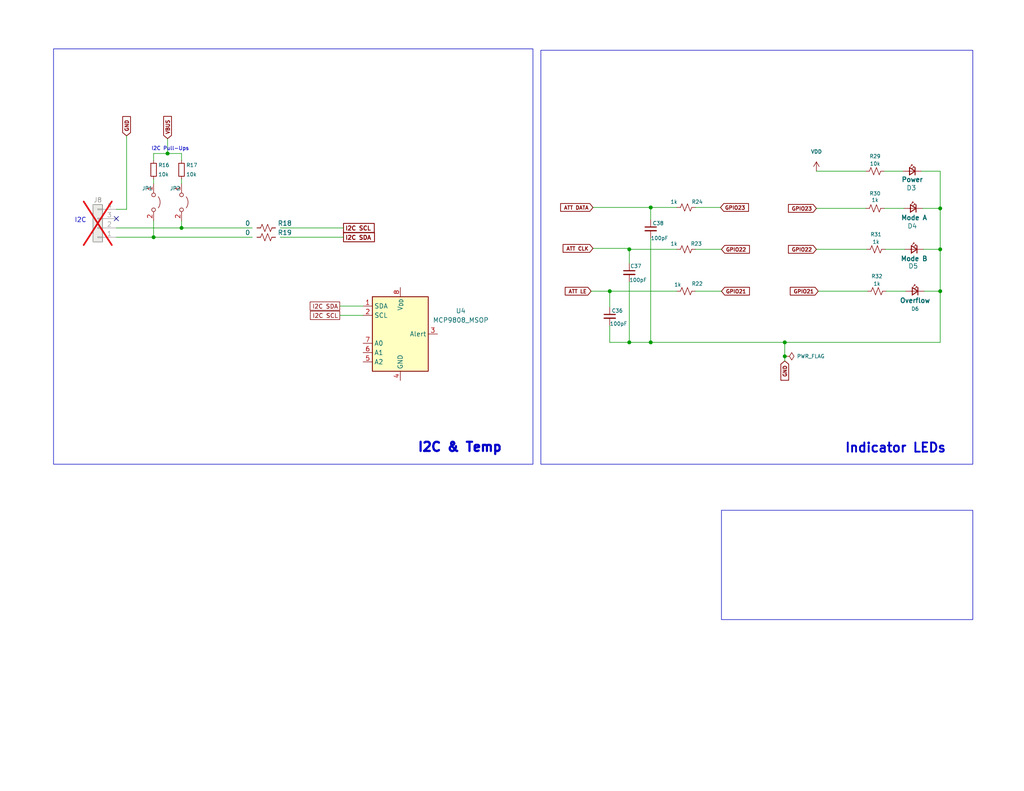
<source format=kicad_sch>
(kicad_sch (version 20231120) (generator "eeschema") (generator_version "8.0")
  (paper "A")
  (title_block (title "PSWS-HF103-proto") (date "2025-06-23") (rev "0.1.0") (company "Dave Witten, KD0EAG") (comment 2 "[ A Minimalist Rework of HF-103 designed by Oskar Stella, ik1xpv ]") (comment 3 "Infineon/Cypress  FX3 DevKit and LTC2208 Demo modules") (comment 4 "A development straw-man based on the"))
  (lib_symbols
    (symbol "ClemSDR_Library:R_Small" (pin_numbers hide) (pin_names (offset 0.254) hide)
      (property "Reference" "R" (at 0.762 0.508 0))
      (property "Value" "R_Small" (at 0.762 -1.016 0))
      (symbol "R_Small_0_1"
        (rectangle (start -0.762 1.778) (end 0.762 -1.778) (stroke (width 0.2032)))
      )
      (symbol "R_Small_1_1"
        (pin passive line (at 0 2.54 270) (length 0.762) (name "~") (number "1"))
        (pin passive line (at 0 -2.54 90) (length 0.762) (name "~") (number "2"))
      )
    )
    (symbol "Connector_Generic:Conn_01x04" (pin_names (offset 1.016) hide)
      (property "Reference" "J" (at 0 5.08 0))
      (property "Value" "Conn_01x04" (at 0 -7.62 0))
      (symbol "Conn_01x04_1_1"
        (rectangle (start -1.27 -4.953) (end 0 -5.207) (stroke (width 0.1524)))
        (rectangle (start -1.27 -2.413) (end 0 -2.667) (stroke (width 0.1524)))
        (rectangle (start -1.27 0.127) (end 0 -0.127) (stroke (width 0.1524)))
        (rectangle (start -1.27 2.667) (end 0 2.413) (stroke (width 0.1524)))
        (rectangle (start -1.27 3.81) (end 1.27 -6.35) (stroke (width 0.254)) (fill (type background)))
        (pin passive line (at -5.08 2.54 0) (length 3.81) (name "Pin_1") (number "1"))
        (pin passive line (at -5.08 0 0) (length 3.81) (name "Pin_2") (number "2"))
        (pin passive line (at -5.08 -2.54 0) (length 3.81) (name "Pin_3") (number "3"))
        (pin passive line (at -5.08 -5.08 0) (length 3.81) (name "Pin_4") (number "4"))
      )
    )
    (symbol "Device:C_Small" (pin_numbers hide) (pin_names (offset 0.254) hide)
      (property "Reference" "C" (at 0.254 1.778 0))
      (property "Value" "C_Small" (at 0.254 -2.032 0))
      (symbol "C_Small_0_1"
        (polyline (pts (xy -1.524 -0.508) (xy 1.524 -0.508)) (stroke (width 0.3302)))
        (polyline (pts (xy -1.524 0.508) (xy 1.524 0.508)) (stroke (width 0.3048)))
      )
      (symbol "C_Small_1_1"
        (pin passive line (at 0 2.54 270) (length 2.032) (name "~") (number "1"))
        (pin passive line (at 0 -2.54 90) (length 2.032) (name "~") (number "2"))
      )
    )
    (symbol "Device:LED_Small" (pin_numbers hide) (pin_names (offset 0.254) hide)
      (property "Reference" "D" (at -1.27 3.175 0))
      (property "Value" "LED_Small" (at -4.445 -2.54 0))
      (symbol "LED_Small_0_1"
        (polyline (pts (xy -0.762 -1.016) (xy -0.762 1.016)) (stroke (width 0.254)))
        (polyline (pts (xy 1.016 0) (xy -0.762 0)))
        (polyline (pts (xy 0.762 -1.016) (xy -0.762 0) (xy 0.762 1.016) (xy 0.762 -1.016)) (stroke (width 0.254)))
        (polyline (pts (xy 0 0.762) (xy -0.508 1.27) (xy -0.254 1.27) (xy -0.508 1.27) (xy -0.508 1.016)))
        (polyline (pts (xy 0.508 1.27) (xy 0 1.778) (xy 0.254 1.778) (xy 0 1.778) (xy 0 1.524)))
      )
      (symbol "LED_Small_1_1"
        (pin passive line (at -2.54 0 0) (length 1.778) (name "K") (number "1"))
        (pin passive line (at 2.54 0 180) (length 1.778) (name "A") (number "2"))
      )
    )
    (symbol "Device:R_Small_US" (pin_numbers hide) (pin_names (offset 0.254) hide)
      (property "Reference" "R" (at 0.762 0.508 0))
      (property "Value" "R_Small_US" (at 0.762 -1.016 0))
      (symbol "R_Small_US_1_1"
        (polyline (pts (xy 0 0) (xy 1.016 -0.381) (xy 0 -0.762) (xy -1.016 -1.143) (xy 0 -1.524)))
        (polyline (pts (xy 0 1.524) (xy 1.016 1.143) (xy 0 0.762) (xy -1.016 0.381) (xy 0 0)))
        (pin passive line (at 0 2.54 270) (length 1.016) (name "~") (number "1"))
        (pin passive line (at 0 -2.54 90) (length 1.016) (name "~") (number "2"))
      )
    )
    (symbol "Jumper:Jumper_2_Open" (pin_names (offset 0) hide)
      (property "Reference" "JP" (at 0 2.794 0))
      (property "Value" "Jumper_2_Open" (at 0 -2.286 0))
      (symbol "Jumper_2_Open_0_0"
        (circle (center -2.032 0) (radius 0.508))
        (circle (center 2.032 0) (radius 0.508))
      )
      (symbol "Jumper_2_Open_0_1"
        (arc (start 1.524 1.27) (mid 0 1.778) (end -1.524 1.27))
      )
      (symbol "Jumper_2_Open_1_1"
        (pin passive line (at -5.08 0 0) (length 2.54) (name "A") (number "1"))
        (pin passive line (at 5.08 0 180) (length 2.54) (name "B") (number "2"))
      )
    )
    (symbol "Sensor_Temperature:MCP9808_MSOP"
      (property "Reference" "U" (at -6.35 11.43 0))
      (property "Value" "MCP9808_MSOP" (at 10.16 11.43 0))
      (symbol "MCP9808_MSOP_0_1"
        (rectangle (start -7.62 10.16) (end 7.62 -10.16) (stroke (width 0.254)) (fill (type background)))
      )
      (symbol "MCP9808_MSOP_1_1"
        (pin bidirectional line (at -10.16 7.62 0) (length 2.54) (name "SDA") (number "1"))
        (pin input line (at -10.16 5.08 0) (length 2.54) (name "SCL") (number "2"))
        (pin output line (at 10.16 0 180) (length 2.54) (name "Alert") (number "3"))
        (pin power_in line (at 0 -12.7 90) (length 2.54) (name "GND") (number "4"))
        (pin input line (at -10.16 -7.62 0) (length 2.54) (name "A2") (number "5"))
        (pin input line (at -10.16 -5.08 0) (length 2.54) (name "A1") (number "6"))
        (pin input line (at -10.16 -2.54 0) (length 2.54) (name "A0") (number "7"))
        (pin power_in line (at 0 12.7 270) (length 2.54) (name "V_{DD}") (number "8"))
      )
    )
    (symbol "power:PWR_FLAG" (power) (pin_numbers hide) (pin_names (offset 0) hide)
      (property "Value" "PWR_FLAG" (at 0 3.81 0))
      (symbol "PWR_FLAG_0_0"
        (pin power_out line (at 0 0 90) (length 0) (name "pwr") (number "1"))
      )
      (symbol "PWR_FLAG_0_1"
        (polyline (pts (xy 0 0) (xy 0 1.27) (xy -1.016 1.905) (xy 0 2.54) (xy 1.016 1.905) (xy 0 1.27)))
      )
    )
    (symbol "power:VDD" (power) (pin_numbers hide) (pin_names (offset 0) hide)
      (property "Value" "VDD" (at 0 3.556 0))
      (symbol "VDD_0_1"
        (polyline (pts (xy -0.762 1.27) (xy 0 2.54)))
        (polyline (pts (xy 0 0) (xy 0 2.54)))
        (polyline (pts (xy 0 2.54) (xy 0.762 1.27)))
      )
      (symbol "VDD_1_1"
        (pin power_in line (at 0 0 90) (length 0) (name "~") (number "1"))
      )
    )
  )
  (junction (at 45.72 41.91))
  (junction (at 171.704 93.472))
  (junction (at 166.37 79.502))
  (junction (at 214.122 93.472))
  (junction (at 177.546 56.642))
  (junction (at 41.91 64.77))
  (junction (at 49.53 62.23))
  (junction (at 256.54 79.502))
  (junction (at 256.54 68.072))
  (junction (at 256.54 56.896))
  (junction (at 214.122 97.282))
  (junction (at 177.546 93.472))
  (junction (at 171.704 68.072))
  (no_connect (at 31.75 59.69))
  (wire (pts (xy 92.71 86.106) (xy 99.06 86.106)))
  (wire (pts (xy 236.22 46.736) (xy 222.758 46.736)))
  (wire (pts (xy 189.738 79.502) (xy 196.85 79.502)))
  (wire (pts (xy 76.454 62.23) (xy 93.726 62.23)))
  (wire (pts (xy 171.704 67.818) (xy 171.704 68.072)))
  (wire (pts (xy 214.122 97.282) (xy 214.122 98.552)))
  (wire (pts (xy 241.3 46.736) (xy 246.38 46.736)))
  (wire (pts (xy 41.91 48.895) (xy 41.91 50.165)))
  (wire (pts (xy 166.37 88.9) (xy 166.37 93.472)))
  (wire (pts (xy 251.714 56.896) (xy 256.54 56.896)))
  (wire (pts (xy 171.704 76.962) (xy 171.704 93.472)))
  (wire (pts (xy 256.54 93.472) (xy 214.122 93.472)))
  (wire (pts (xy 171.704 68.072) (xy 184.658 68.072)))
  (wire (pts (xy 177.546 56.642) (xy 177.546 59.944)))
  (wire (pts (xy 76.454 64.77) (xy 93.726 64.77)))
  (wire (pts (xy 256.54 68.072) (xy 256.54 79.502)))
  (wire (pts (xy 166.37 93.472) (xy 171.704 93.472)))
  (wire (pts (xy 236.474 68.072) (xy 222.758 68.072)))
  (wire (pts (xy 31.75 62.23) (xy 49.53 62.23)))
  (wire (pts (xy 161.798 56.642) (xy 177.546 56.642)))
  (wire (pts (xy 236.728 79.502) (xy 223.266 79.502)))
  (wire (pts (xy 166.37 79.502) (xy 184.658 79.502)))
  (wire (pts (xy 241.808 79.502) (xy 247.142 79.502)))
  (wire (pts (xy 171.704 68.072) (xy 171.704 71.882)))
  (wire (pts (xy 177.546 56.642) (xy 184.658 56.642)))
  (wire (pts (xy 256.54 56.896) (xy 256.54 68.072)))
  (wire (pts (xy 41.91 41.91) (xy 45.72 41.91)))
  (wire (pts (xy 252.222 79.502) (xy 256.54 79.502)))
  (wire (pts (xy 251.46 46.736) (xy 256.54 46.736)))
  (wire (pts (xy 214.122 93.472) (xy 214.122 97.282)))
  (wire (pts (xy 49.53 62.23) (xy 68.834 62.23)))
  (wire (pts (xy 189.738 68.072) (xy 196.85 68.072)))
  (wire (pts (xy 189.738 56.642) (xy 196.596 56.642)))
  (wire (pts (xy 251.968 68.072) (xy 256.54 68.072)))
  (wire (pts (xy 45.72 41.91) (xy 49.53 41.91)))
  (wire (pts (xy 161.29 79.502) (xy 166.37 79.502)))
  (wire (pts (xy 241.3 56.896) (xy 246.634 56.896)))
  (wire (pts (xy 177.546 93.472) (xy 214.122 93.472)))
  (wire (pts (xy 256.54 46.736) (xy 256.54 56.896)))
  (wire (pts (xy 256.54 79.502) (xy 256.54 93.472)))
  (wire (pts (xy 92.71 83.566) (xy 99.06 83.566)))
  (wire (pts (xy 49.53 48.895) (xy 49.53 50.165)))
  (wire (pts (xy 41.91 64.77) (xy 68.834 64.77)))
  (wire (pts (xy 49.53 60.325) (xy 49.53 62.23)))
  (wire (pts (xy 41.91 43.815) (xy 41.91 41.91)))
  (wire (pts (xy 161.798 67.818) (xy 171.704 67.818)))
  (wire (pts (xy 236.22 56.896) (xy 222.758 56.896)))
  (wire (pts (xy 34.544 37.084) (xy 34.544 57.15)))
  (wire (pts (xy 177.546 65.024) (xy 177.546 93.472)))
  (wire (pts (xy 41.91 60.325) (xy 41.91 64.77)))
  (wire (pts (xy 171.704 93.472) (xy 177.546 93.472)))
  (wire (pts (xy 31.75 64.77) (xy 41.91 64.77)))
  (wire (pts (xy 49.53 41.91) (xy 49.53 43.815)))
  (wire (pts (xy 166.37 79.502) (xy 166.37 83.82)))
  (wire (pts (xy 45.72 37.846) (xy 45.72 41.91)))
  (wire (pts (xy 241.554 68.072) (xy 246.888 68.072)))
  (wire (pts (xy 31.75 57.15) (xy 34.544 57.15)))
  (rectangle (start 196.85 139.319) (end 265.43 169.164))
  (rectangle (start 14.605 13.335) (end 145.415 126.746))
  (rectangle (start 147.574 13.716) (end 265.43 126.746))
  (text "Indicator LEDs" (at 244.348 122.428 0) (effects (font (size 2.5 2.5) (thickness 0.5) (bold yes))))
  (text "I2C" (at 20.32 60.96 0) (effects (font (size 1.27 1.27)) (justify left bottom)))
  (text "I2C & Temp" (at 125.476 123.698 0) (effects (font (size 2.5 2.5) (thickness 0.6) (bold yes)) (justify bottom)))
  (text "I2C Pull-Ups" (at 41.275 41.275 0) (effects (font (size 1 1)) (justify left bottom)))
  (global_label "I2C SDA" (shape passive) (at 93.726 64.77 0) (effects (font (size 1.15 1.15) (thickness 0.23) (bold yes))) (property "Intersheetrefs" "${INTERSHEET_REFS}" (at 102.7538 64.77 0) (effects (font (thickness 0.254) (bold yes)) (justify left))))
  (global_label "GPIO21" (shape input) (at 196.85 79.502 0) (effects (font (size 1 1) (thickness 0.2) (bold yes))) (property "Intersheetrefs" "${INTERSHEET_REFS}" (at 205.0039 79.502 0) (effects (justify left))))
  (global_label "GPIO22" (shape input) (at 196.85 68.072 0) (effects (font (size 1 1) (thickness 0.2) (bold yes))) (property "Intersheetrefs" "${INTERSHEET_REFS}" (at 205.0039 68.072 0) (effects (justify left))))
  (global_label "GPIO23" (shape input) (at 196.596 56.642 0) (effects (font (size 1 1) (thickness 0.2) (bold yes))) (property "Intersheetrefs" "${INTERSHEET_REFS}" (at 204.7499 56.642 0) (effects (justify left))))
  (global_label "VBUS" (shape input) (at 45.72 37.846 90) (effects (font (size 1 1) (thickness 0.2) (bold yes))) (property "Intersheetrefs" "${INTERSHEET_REFS}" (at 45.72 31.2636 90) (effects (font (thickness 0.254) (bold yes)) (justify left))))
  (global_label "GPIO22" (shape input) (at 222.758 68.072 180) (effects (font (size 1 1) (thickness 0.2) (bold yes))) (property "Intersheetrefs" "${INTERSHEET_REFS}" (at 214.6041 68.072 0) (effects (font (thickness 0.254) (bold yes)) (justify right))))
  (global_label "I2C SCL" (shape passive) (at 93.726 62.23 0) (effects (font (size 1.15 1.15) (thickness 0.23) (bold yes))) (property "Intersheetrefs" "${INTERSHEET_REFS}" (at 102.6991 62.23 0) (effects (font (thickness 0.254) (bold yes)) (justify left))))
  (global_label "ATT CLK" (shape input) (at 161.798 67.818 180) (effects (font (size 1 1) (thickness 0.2) (bold yes))) (property "Intersheetrefs" "${INTERSHEET_REFS}" (at 153.1204 67.818 0) (effects (justify right))))
  (global_label "I2C SDA" (shape passive) (at 92.71 83.566 180) (effects (font (size 1.15 1.15))) (property "Intersheetrefs" "${INTERSHEET_REFS}" (at 84.1132 83.566 0) (effects (font (thickness 0.254) (bold yes)) (justify right))))
  (global_label "ATT LE" (shape input) (at 161.29 79.502 180) (effects (font (size 1 1) (thickness 0.2) (bold yes))) (property "Intersheetrefs" "${INTERSHEET_REFS}" (at 153.7076 79.502 0) (effects (justify right))))
  (global_label "GND" (shape input) (at 214.122 98.552 270) (effects (font (size 1 1) (bold yes))) (property "Intersheetrefs" "${INTERSHEET_REFS}" (at 214.122 104.3249 90) (effects (font (thickness 0.254) (bold yes)) (justify right))))
  (global_label "GPIO23" (shape input) (at 222.758 56.896 180) (effects (font (size 1 1) (thickness 0.2) (bold yes))) (property "Intersheetrefs" "${INTERSHEET_REFS}" (at 214.6041 56.896 0) (effects (font (thickness 0.254) (bold yes)) (justify right))))
  (global_label "GPIO21" (shape input) (at 223.266 79.502 180) (effects (font (size 1 1) (thickness 0.2) (bold yes))) (property "Intersheetrefs" "${INTERSHEET_REFS}" (at 215.1121 79.502 0) (effects (justify right))))
  (global_label "I2C SCL" (shape passive) (at 92.71 86.106 180) (effects (font (size 1.15 1.15))) (property "Intersheetrefs" "${INTERSHEET_REFS}" (at 84.1679 86.106 0) (effects (font (thickness 0.254) (bold yes)) (justify right))))
  (global_label "GND" (shape input) (at 34.544 37.084 90) (effects (font (size 1 1) (bold yes))) (property "Intersheetrefs" "${INTERSHEET_REFS}" (at 34.544 31.3111 90) (effects (font (thickness 0.254) (bold yes)) (justify left))))
  (global_label "ATT DATA" (shape input) (at 161.798 56.642 180) (effects (font (size 1 1) (thickness 0.2) (bold yes))) (property "Intersheetrefs" "${INTERSHEET_REFS}" (at 152.4538 56.642 0) (effects (justify right))))
  (symbol (lib_id "Device:R_Small_US") (at 187.198 68.072 270) (unit 1)
    (property "Reference" "R23" (at 189.992 66.548 90) (effects (font (size 1 1))))
    (property "Value" "1k" (at 183.896 66.548 90) (effects (font (size 1 1))))
    (property "Footprint" "Resistor_SMD:R_0603_1608Metric" (effects (hide yes)))
    (property "Description" "Resistor, small US symbol" (effects (hide yes)))
    (property "LCSC" "C21190" (effects (hide yes)))
  )
  (symbol (lib_id "Device:LED_Small") (at 249.682 79.502 0) (mirror y) (unit 1)
    (property "Reference" "D6" (at 249.682 84.328 0) (effects (font (size 1 1))))
    (property "Value" "Overflow" (at 249.682 82.042 0) (effects (font (thickness 0.254) (bold yes))))
    (property "Description" "Light emitting diode, small symbol" (effects (hide yes)))
  )
  (symbol (lib_id "ClemSDR_Library:R_Small") (at 41.91 46.355 0) (unit 1)
    (property "Reference" "R16" (at 43.18 45.085 0) (effects (font (size 1 1)) (justify left)))
    (property "Value" "10k" (at 43.18 47.625 0) (effects (font (size 1 1)) (justify left)))
    (property "Footprint" "Resistor_SMD:R_0603_1608Metric" (effects (hide yes)))
    (property "LCSC" "C25804" (effects (hide yes)))
  )
  (symbol (lib_id "Device:R_Small_US") (at 72.644 64.77 270) (unit 1)
    (property "Reference" "R19" (at 77.724 63.5 90))
    (property "Value" "0" (at 67.564 63.5 90))
    (property "Footprint" "Resistor_SMD:R_0603_1608Metric" (effects (hide yes)))
    (property "Description" "Resistor, small US symbol" (effects (hide yes)))
    (property "LCSC" "C21189" (effects (hide yes)))
  )
  (symbol (lib_id "Sensor_Temperature:MCP9808_MSOP") (at 109.22 91.186 0) (unit 1)
    (property "Reference" "U4" (at 125.73 84.8674 0))
    (property "Value" "MCP9808_MSOP" (at 125.73 87.4074 0))
    (property "Footprint" "Package_SO:MSOP-8_3x3mm_P0.65mm" (effects (hide yes)))
    (property "Datasheet" "http://ww1.microchip.com/downloads/en/DeviceDoc/22203b.pdf" (effects (hide yes)))
    (property "Description" "+/-0.25C (+/-0.5C) Typical (Maximum), Digital Temperature Sensor, MSOP-8" (effects (hide yes)))
  )
  (symbol (lib_id "Connector_Generic:Conn_01x04") (at 26.67 62.23 180) (unit 1) (dnp yes)
    (property "Reference" "J8" (at 26.67 54.61 0))
    (property "Value" "Conn_01x04" (effects (hide yes)))
    (property "Footprint" "Connector_PinHeader_1.27mm:PinHeader_1x04_P1.27mm_Vertical" (effects (hide yes)))
  )
  (symbol (lib_id "Device:R_Small_US") (at 187.198 79.502 270) (unit 1)
    (property "Reference" "R22" (at 190.246 77.47 90) (effects (font (size 1 1))))
    (property "Value" "1k" (at 184.912 77.724 90) (effects (font (size 1 1))))
    (property "Footprint" "Resistor_SMD:R_0603_1608Metric" (effects (hide yes)))
    (property "Description" "Resistor, small US symbol" (effects (hide yes)))
    (property "LCSC" "C21190" (effects (hide yes)))
  )
  (symbol (lib_id "Device:R_Small_US") (at 238.76 56.896 270) (unit 1)
    (property "Reference" "R30" (at 238.76 52.832 90) (effects (font (size 1 1))))
    (property "Value" "1k" (at 238.76 54.61 90) (effects (font (size 1 1))))
    (property "Description" "Resistor, small US symbol" (effects (hide yes)))
  )
  (symbol (lib_id "Device:R_Small_US") (at 72.644 62.23 270) (unit 1)
    (property "Reference" "R18" (at 77.724 60.96 90))
    (property "Value" "0" (at 67.564 60.96 90))
    (property "Footprint" "Resistor_SMD:R_0603_1608Metric" (effects (hide yes)))
    (property "Description" "Resistor, small US symbol" (effects (hide yes)))
    (property "LCSC" "C21189" (effects (hide yes)))
  )
  (symbol (lib_id "Device:R_Small_US") (at 238.76 46.736 270) (unit 1)
    (property "Reference" "R29" (at 238.76 42.672 90) (effects (font (size 1 1))))
    (property "Value" "10k" (at 238.76 44.704 90) (effects (font (size 1 1))))
    (property "Description" "Resistor, small US symbol" (effects (hide yes)))
  )
  (symbol (lib_id "power:PWR_FLAG") (at 214.122 97.282 270) (unit 1)
    (property "Reference" "#FLG1" (effects (hide yes)))
    (property "Value" "PWR_FLAG" (at 217.424 97.282 90) (effects (font (size 1 1)) (justify left)))
  )
  (symbol (lib_id "Device:R_Small_US") (at 239.014 68.072 270) (unit 1)
    (property "Reference" "R31" (at 239.014 64.008 90) (effects (font (size 1 1))))
    (property "Value" "1k" (at 239.014 66.04 90) (effects (font (size 1 1))))
    (property "Description" "Resistor, small US symbol" (effects (hide yes)))
  )
  (symbol (lib_id "Device:LED_Small") (at 249.174 56.896 0) (mirror y) (unit 1)
    (property "Reference" "D4" (at 248.92 61.722 0))
    (property "Value" "Mode A" (at 249.428 59.436 0) (effects (font (thickness 0.254) (bold yes))))
    (property "Description" "Light emitting diode, small symbol" (effects (hide yes)))
  )
  (symbol (lib_id "Jumper:Jumper_2_Open") (at 41.91 55.245 270) (unit 1)
    (property "Reference" "JP1" (at 38.735 51.435 90) (effects (font (size 1 1)) (justify left)))
    (property "Value" "Jumper_2_Open" (effects (hide yes)))
    (property "Footprint" "Jumper:SolderJumper-2_P1.3mm_Open_RoundedPad1.0x1.5mm" (effects (hide yes)))
  )
  (symbol (lib_id "Device:C_Small") (at 171.704 74.422 0) (unit 1)
    (property "Reference" "C37" (at 171.958 72.644 0) (effects (font (size 1 1)) (justify left)))
    (property "Value" "100pF" (at 171.704 76.454 0) (effects (font (size 1 1)) (justify left)))
    (property "Footprint" "Capacitor_SMD:C_0603_1608Metric" (effects (hide yes)))
    (property "LCSC" "C14858" (effects (hide yes)))
  )
  (symbol (lib_id "Device:R_Small_US") (at 187.198 56.642 270) (unit 1)
    (property "Reference" "R24" (at 190.246 55.118 90) (effects (font (size 1 1))))
    (property "Value" "1k" (at 183.896 55.118 90) (effects (font (size 1 1))))
    (property "Footprint" "Resistor_SMD:R_0603_1608Metric" (effects (hide yes)))
    (property "Description" "Resistor, small US symbol" (effects (hide yes)))
    (property "LCSC" "C21190" (effects (hide yes)))
  )
  (symbol (lib_id "Device:R_Small_US") (at 239.268 79.502 270) (unit 1)
    (property "Reference" "R32" (at 239.268 75.438 90) (effects (font (size 1 1))))
    (property "Value" "1k" (at 239.268 77.47 90) (effects (font (size 1 1))))
    (property "Description" "Resistor, small US symbol" (effects (hide yes)))
  )
  (symbol (lib_id "Device:C_Small") (at 177.546 62.484 0) (unit 1)
    (property "Reference" "C38" (at 178.054 60.96 0) (effects (font (size 1 1)) (justify left)))
    (property "Value" "100pF" (at 177.546 65.024 0) (effects (font (size 1 1)) (justify left)))
    (property "Footprint" "Capacitor_SMD:C_0603_1608Metric" (effects (hide yes)))
    (property "LCSC" "C14858" (effects (hide yes)))
  )
  (symbol (lib_id "power:VDD") (at 222.758 46.736 0) (unit 1)
    (property "Reference" "#PWR18" (effects (hide yes)))
    (property "Value" "VDD" (at 222.758 41.402 0) (effects (font (size 1 1) (thickness 0.2) (bold yes))))
    (property "Description" "Power symbol creates a global label with name \"VDD\"" (effects (hide yes)))
  )
  (symbol (lib_id "Device:LED_Small") (at 248.92 46.736 0) (mirror y) (unit 1)
    (property "Reference" "D3" (at 248.666 51.308 0))
    (property "Value" "Power" (at 248.92 49.022 0) (effects (font (thickness 0.254) (bold yes))))
    (property "Description" "Light emitting diode, small symbol" (effects (hide yes)))
  )
  (symbol (lib_id "Jumper:Jumper_2_Open") (at 49.53 55.245 270) (unit 1)
    (property "Reference" "JP2" (at 46.355 51.435 90) (effects (font (size 1 1)) (justify left)))
    (property "Value" "Jumper_2_Open" (effects (hide yes)))
    (property "Footprint" "Jumper:SolderJumper-2_P1.3mm_Open_RoundedPad1.0x1.5mm" (effects (hide yes)))
  )
  (symbol (lib_id "Device:C_Small") (at 166.37 86.36 0) (unit 1)
    (property "Reference" "C36" (at 166.878 84.836 0) (effects (font (size 1 1)) (justify left)))
    (property "Value" "100pF" (at 166.37 88.392 0) (effects (font (size 1 1)) (justify left)))
    (property "Footprint" "Capacitor_SMD:C_0603_1608Metric" (effects (hide yes)))
    (property "LCSC" "C14858" (effects (hide yes)))
  )
  (symbol (lib_id "ClemSDR_Library:R_Small") (at 49.53 46.355 0) (unit 1)
    (property "Reference" "R17" (at 50.8 45.085 0) (effects (font (size 1 1)) (justify left)))
    (property "Value" "10k" (at 50.8 47.625 0) (effects (font (size 1 1)) (justify left)))
    (property "Footprint" "Resistor_SMD:R_0603_1608Metric" (effects (hide yes)))
    (property "LCSC" "C25804" (effects (hide yes)))
  )
  (symbol (lib_id "Device:LED_Small") (at 249.428 68.072 0) (mirror y) (unit 1)
    (property "Reference" "D5" (at 249.174 72.644 0))
    (property "Value" "Mode B" (at 249.428 70.612 0) (effects (font (thickness 0.254) (bold yes))))
    (property "Description" "Light emitting diode, small symbol" (effects (hide yes)))
  )
)
</source>
